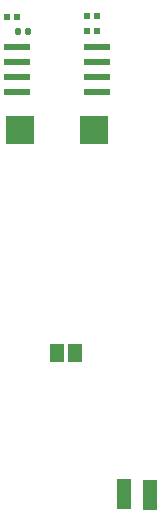
<source format=gbr>
G04 EAGLE Gerber RS-274X export*
G75*
%MOMM*%
%FSLAX34Y34*%
%LPD*%
%INSolderpaste Bottom*%
%IPPOS*%
%AMOC8*
5,1,8,0,0,1.08239X$1,22.5*%
G01*
%ADD10R,1.270000X2.540000*%
%ADD11R,2.286000X0.609600*%
%ADD12R,0.540000X0.600000*%
%ADD13C,0.270000*%
%ADD14R,2.368000X2.403600*%
%ADD15R,1.168400X1.600200*%


D10*
X203400Y81200D03*
X180600Y81300D03*
D11*
X158242Y459740D03*
X90678Y459740D03*
X158242Y447040D03*
X158242Y434340D03*
X90678Y447040D03*
X90678Y434340D03*
X158242Y421640D03*
X90678Y421640D03*
D12*
X149350Y473710D03*
X157990Y473710D03*
D13*
X100920Y475360D02*
X98220Y475360D01*
X100920Y475360D02*
X100920Y472060D01*
X98220Y472060D01*
X98220Y475360D01*
X98220Y474625D02*
X100920Y474625D01*
X92280Y475360D02*
X89580Y475360D01*
X92280Y475360D02*
X92280Y472060D01*
X89580Y472060D01*
X89580Y475360D01*
X89580Y474625D02*
X92280Y474625D01*
D12*
X90680Y485140D03*
X82040Y485140D03*
X157990Y486410D03*
X149350Y486410D03*
D14*
X155672Y389890D03*
X93248Y389890D03*
D15*
X124460Y200660D03*
X139700Y200660D03*
M02*

</source>
